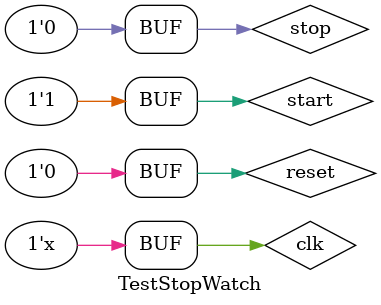
<source format=v>
`timescale 1ns / 1ps


module TestStopWatch;

	// Inputs
	reg start;
	reg stop;
	reg reset;
	reg clk;

	// Outputs
	wire [6:0] segment;
	wire [3:0] an;
	wire dp;

	// Instantiate the Unit Under Test (UUT)
	StopWatch uut (
		.start(start), 
		.stop(stop), 
		.reset(reset), 
		.clk(clk), 
		.segment(segment), 
		.an(an), 
		.dp(dp)
	);

	initial begin
		// Initialize Inputs
		start = 0;
		stop = 0;
		reset = 0;
		clk = 0;

		// Wait 100 ns for global reset to finish
		$monitor("%d",clk); 
		#100;
		start = 1;
		
        
		// Add stimulus here

	end
      
		always 
		begin
		#5 clk = !clk;
		end
endmodule


</source>
